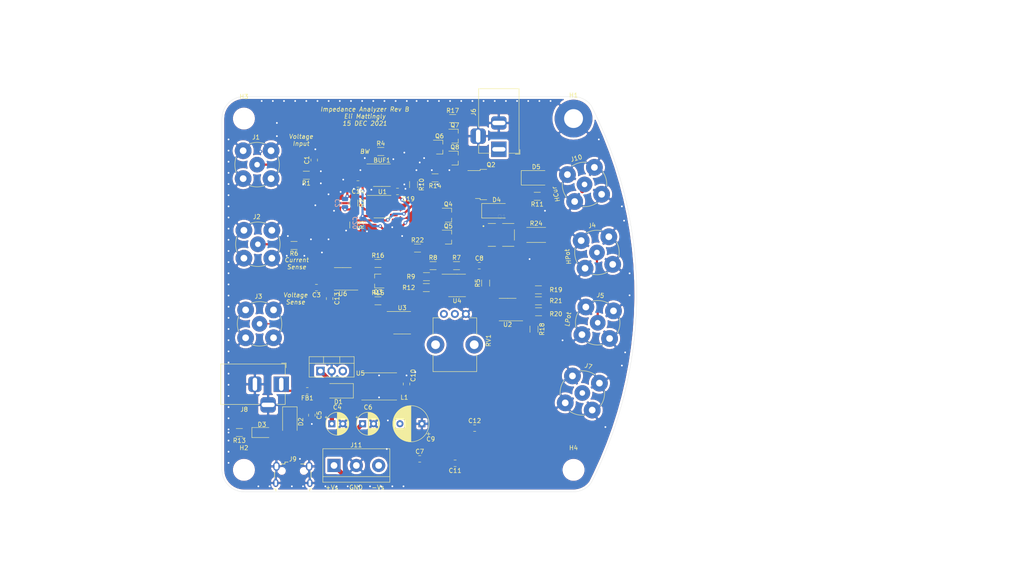
<source format=kicad_pcb>
(kicad_pcb (version 20171130) (host pcbnew "(5.1.9)-1")
  (layers (0 F.Cu signal) (31 B.Cu signal) (34 B.Paste user) (35 F.Paste user) (36 B.SilkS user) (37 F.SilkS user) (38 B.Mask user) (39 F.Mask user) (44 Edge.Cuts user))
  (net 0 "")
  (net 1 GND)
  (net 2 "Net-(C1-Pad1)")
  (net 3 "Net-(J1-Pad1)")
  (net 4 "Net-(J2-Pad1)")
  (net 5 "Net-(J3-Pad1)")
  (net 6 "Net-(J4-Pad1)")
  (net 7 "Net-(J5-Pad1)")
  (net 8 "Net-(R5-Pad1)")
  (net 9 "Net-(R7-Pad1)")
  (net 10 "Net-(C4-Pad1)")
  (net 11 "Net-(D1-Pad2)")
  (net 12 "Net-(FB1-Pad2)")
  (net 13 "Net-(J9-Pad2)")
  (net 14 +5V)
  (net 15 "Net-(D3-Pad1)")
  (net 16 -5V)
  (net 17 +5VP)
  (net 18 "Net-(C2-Pad2)")
  (net 19 "Net-(BUF1-Pad2)")
  (net 20 "Net-(BUF1-Pad6)")
  (net 21 "Net-(BUF1-Pad3)")
  (net 22 "Net-(BUF1-Pad1)")
  (net 23 IOut)
  (net 24 "Net-(BUF1-Pad7)")
  (net 25 "Net-(BUF1-Pad5)")
  (net 26 AltPower)
  (net 27 I_Return)
  (net 28 "Net-(R22-Pad1)")
  (net 29 "Net-(J11-Pad3)")
  (net 30 PMOS_Gate)
  (net 31 "Net-(Q3-Pad3)")
  (net 32 "Net-(C7-Pad1)")
  (net 33 "Net-(Q6-Pad3)")
  (net 34 "Net-(R12-Pad2)")
  (net 35 NMOS_Gate)
  (net 36 "Net-(R18-Pad2)")
  (net 37 "Net-(R18-Pad1)")
  (net 38 "Net-(R19-Pad1)")
  (net 39 "Net-(RV1-Pad2)")
  (net 40 RShunt-)
  (net 41 I_Lim_Comp)
  (net 42 TurnOn)
  (net 43 "Net-(U6-Pad7)")
  (net 44 "Net-(U6-Pad6)")
  (net 45 "Net-(U6-Pad5)")
  (net 46 InputLogic)
  (module Potentiometer_THT:Potentiometer_Bourns_PTV09A-1_Single_Vertical (layer F.Cu) (at 120.5 102 270)
    (fp_text reference RV1 (at 6.05 -10.15 90) (layer F.SilkS))
    (fp_text value R_POT)
    (pad "" np_thru_hole circle (at 7 1.9 270) (size 4 4) (drill 2) (layers *.Cu *.Mask))
    (pad "" np_thru_hole circle (at 7 -6.9 270) (size 4 4) (drill 2) (layers *.Cu *.Mask))
    (pad 1 thru_hole circle (at 0 0 270) (size 1.8 1.8) (drill 1) (layers *.Cu *.Mask) (net 17 +5VP))
    (pad 2 thru_hole circle (at 0 -2.5 270) (size 1.8 1.8) (drill 1) (layers *.Cu *.Mask) (net 39 "Net-(RV1-Pad2)"))
    (pad 3 thru_hole circle (at 0 -5 270) (size 1.8 1.8) (drill 1) (layers *.Cu *.Mask) (net 1 GND))
  )
  (module Resistor_SMD:R_1206_3216Metric (layer F.Cu) (at 122.5 57.5)
    (fp_text reference R17 (at 0 -1.82) (layer F.SilkS))
    (fp_text value 1k)
    (pad 2 smd roundrect (at 1.4625 0) (size 1.125 1.75) (layers F.Cu F.Paste F.Mask) (roundrect_rratio 0.222222) (net 17 +5VP))
    (pad 1 smd roundrect (at -1.4625 0) (size 1.125 1.75) (layers F.Cu F.Paste F.Mask) (roundrect_rratio 0.222222) (net 33 "Net-(Q6-Pad3)"))
  )
  (module Resistor_SMD:R_1206_3216Metric (layer F.Cu) (at 105.5 90.5)
    (fp_text reference R16 (at 0 -1.82) (layer F.SilkS))
    (fp_text value 1k)
    (pad 2 smd roundrect (at 1.4625 0) (size 1.125 1.75) (layers F.Cu F.Paste F.Mask) (roundrect_rratio 0.222222) (net 17 +5VP))
    (pad 1 smd roundrect (at -1.4625 0) (size 1.125 1.75) (layers F.Cu F.Paste F.Mask) (roundrect_rratio 0.222222) (net 31 "Net-(Q3-Pad3)"))
  )
  (module Resistor_SMD:R_1206_3216Metric (layer F.Cu) (at 105.5 99)
    (fp_text reference R15 (at 0 -1.82) (layer F.SilkS))
    (fp_text value 1k)
    (pad 2 smd roundrect (at 1.4625 0) (size 1.125 1.75) (layers F.Cu F.Paste F.Mask) (roundrect_rratio 0.222222) (net 46 InputLogic))
    (pad 1 smd roundrect (at -1.4625 0) (size 1.125 1.75) (layers F.Cu F.Paste F.Mask) (roundrect_rratio 0.222222) (net 32 "Net-(C7-Pad1)"))
  )
  (module Diode_SMD:D_SMA (layer F.Cu) (at 141.5 71)
    (fp_text reference D5 (at 0 -2.5) (layer F.SilkS))
    (fp_text value D_Schottky)
    (pad 2 smd rect (at 2 0) (size 2.5 1.8) (layers F.Cu F.Paste F.Mask) (net 1 GND))
    (pad 1 smd rect (at -2 0) (size 2.5 1.8) (layers F.Cu F.Paste F.Mask) (net 23 IOut))
  )
  (module Diode_SMD:D_SMA (layer F.Cu) (at 132.5 78.5)
    (fp_text reference D4 (at 0 -2.5) (layer F.SilkS))
    (fp_text value D_Schottky)
    (pad 2 smd rect (at 2 0) (size 2.5 1.8) (layers F.Cu F.Paste F.Mask) (net 40 RShunt-))
    (pad 1 smd rect (at -2 0) (size 2.5 1.8) (layers F.Cu F.Paste F.Mask) (net 17 +5VP))
  )
  (module Capacitor_SMD:C_0805_2012Metric (layer F.Cu) (at 115 135)
    (fp_text reference C7 (at 0 -1.68) (layer F.SilkS))
    (fp_text value 1u)
    (pad 2 smd roundrect (at 0.95 0) (size 1 1.45) (layers F.Cu F.Paste F.Mask) (net 1 GND))
    (pad 1 smd roundrect (at -0.95 0) (size 1 1.45) (layers F.Cu F.Paste F.Mask) (net 32 "Net-(C7-Pad1)"))
  )
  (module Package_SO:SOIC-8_3.9x4.9mm_P1.27mm (layer F.Cu) (at 97.5 94 180)
    (fp_text reference U6 (at 0 -3.4) (layer F.SilkS))
    (fp_text value NE555D)
    (pad 8 smd roundrect (at 2.475 -1.905 180) (size 1.95 0.6) (layers F.Cu F.Paste F.Mask) (net 17 +5VP))
    (pad 7 smd roundrect (at 2.475 -0.635 180) (size 1.95 0.6) (layers F.Cu F.Paste F.Mask) (net 43 "Net-(U6-Pad7)"))
    (pad 6 smd roundrect (at 2.475 0.635 180) (size 1.95 0.6) (layers F.Cu F.Paste F.Mask) (net 44 "Net-(U6-Pad6)"))
    (pad 5 smd roundrect (at 2.475 1.905 180) (size 1.95 0.6) (layers F.Cu F.Paste F.Mask) (net 45 "Net-(U6-Pad5)"))
    (pad 4 smd roundrect (at -2.475 1.905 180) (size 1.95 0.6) (layers F.Cu F.Paste F.Mask) (net 41 I_Lim_Comp))
    (pad 3 smd roundrect (at -2.475 0.635 180) (size 1.95 0.6) (layers F.Cu F.Paste F.Mask) (net 42 TurnOn))
    (pad 2 smd roundrect (at -2.475 -0.635 180) (size 1.95 0.6) (layers F.Cu F.Paste F.Mask) (net 31 "Net-(Q3-Pad3)"))
    (pad 1 smd roundrect (at -2.475 -1.905 180) (size 1.95 0.6) (layers F.Cu F.Paste F.Mask) (net 1 GND))
  )
  (module Connector_Coaxial:BNC_TEConnectivity_1478204_Vertical (layer F.Cu) (at 152 120 345)
    (fp_text reference J7 (at -0.25 -6.25 165) (layer F.SilkS))
    (fp_text value Conn_Coaxial)
    (pad 2 thru_hole circle (at 3.175 3.175 345) (size 3.81 3.81) (drill 1.524) (layers *.Cu *.Mask) (net 1 GND))
    (pad 2 thru_hole circle (at -3.175 3.175 345) (size 3.81 3.81) (drill 1.524) (layers *.Cu *.Mask) (net 1 GND))
    (pad 2 thru_hole circle (at 3.175 -3.175 345) (size 3.81 3.81) (drill 1.524) (layers *.Cu *.Mask) (net 1 GND))
    (pad 1 thru_hole circle (at 0 0 345) (size 3.556 3.556) (drill 1.27) (layers *.Cu *.Mask) (net 40 RShunt-))
    (pad 2 thru_hole circle (at -3.175 -3.175 345) (size 3.81 3.81) (drill 1.524) (layers *.Cu *.Mask) (net 1 GND))
  )
  (module Capacitor_SMD:C_0805_2012Metric (layer F.Cu) (at 94.5 98.5 270)
    (fp_text reference C13 (at 0 -1.68 90) (layer F.SilkS))
    (fp_text value 100n)
    (pad 2 smd roundrect (at 0.95 0 270) (size 1 1.45) (layers F.Cu F.Paste F.Mask) (net 1 GND))
    (pad 1 smd roundrect (at -0.95 0 270) (size 1 1.45) (layers F.Cu F.Paste F.Mask) (net 17 +5VP))
  )
  (module Capacitor_SMD:C_0805_2012Metric (layer F.Cu) (at 127.5 128)
    (fp_text reference C12 (at 0 -1.68) (layer F.SilkS))
    (fp_text value 100n)
    (pad 2 smd roundrect (at 0.95 0) (size 1 1.45) (layers F.Cu F.Paste F.Mask) (net 1 GND))
    (pad 1 smd roundrect (at -0.95 0) (size 1 1.45) (layers F.Cu F.Paste F.Mask) (net 17 +5VP))
  )
  (module Package_SO:SO-8_3.9x4.9mm_P1.27mm (layer F.Cu) (at 111 104)
    (fp_text reference U3 (at 0 -3.4) (layer F.SilkS))
    (fp_text value LM358)
    (pad 8 smd roundrect (at 2.575 -1.905) (size 1.75 0.6) (layers F.Cu F.Paste F.Mask) (net 17 +5VP))
    (pad 7 smd roundrect (at 2.575 -0.635) (size 1.75 0.6) (layers F.Cu F.Paste F.Mask) (net 41 I_Lim_Comp))
    (pad 6 smd roundrect (at 2.575 0.635) (size 1.75 0.6) (layers F.Cu F.Paste F.Mask) (net 28 "Net-(R22-Pad1)"))
    (pad 5 smd roundrect (at 2.575 1.905) (size 1.75 0.6) (layers F.Cu F.Paste F.Mask) (net 39 "Net-(RV1-Pad2)"))
    (pad 4 smd roundrect (at -2.575 1.905) (size 1.75 0.6) (layers F.Cu F.Paste F.Mask) (net 1 GND))
    (pad 3 smd roundrect (at -2.575 0.635) (size 1.75 0.6) (layers F.Cu F.Paste F.Mask))
    (pad 2 smd roundrect (at -2.575 -0.635) (size 1.75 0.6) (layers F.Cu F.Paste F.Mask))
    (pad 1 smd roundrect (at -2.575 -1.905) (size 1.75 0.6) (layers F.Cu F.Paste F.Mask))
  )
  (module Capacitor_SMD:C_0805_2012Metric (layer F.Cu) (at 123.05 136 180)
    (fp_text reference C11 (at 0 -1.68) (layer F.SilkS))
    (fp_text value C)
    (pad 2 smd roundrect (at 0.95 0 180) (size 1 1.45) (layers F.Cu F.Paste F.Mask) (net 1 GND))
    (pad 1 smd roundrect (at -0.95 0 180) (size 1 1.45) (layers F.Cu F.Paste F.Mask) (net 17 +5VP))
  )
  (module Capacitor_SMD:C_0805_2012Metric (layer F.Cu) (at 128.55 91)
    (fp_text reference C8 (at 0 -1.68) (layer F.SilkS))
    (fp_text value 100n)
    (pad 2 smd roundrect (at 0.95 0) (size 1 1.45) (layers F.Cu F.Paste F.Mask) (net 1 GND))
    (pad 1 smd roundrect (at -0.95 0) (size 1 1.45) (layers F.Cu F.Paste F.Mask) (net 17 +5VP))
  )
  (module Capacitor_SMD:C_0805_2012Metric (layer F.Cu) (at 91.5 96 180)
    (fp_text reference C3 (at 0 -1.68) (layer F.SilkS))
    (fp_text value 100n)
    (pad 2 smd roundrect (at 0.95 0 180) (size 1 1.45) (layers F.Cu F.Paste F.Mask) (net 1 GND))
    (pad 1 smd roundrect (at -0.95 0 180) (size 1 1.45) (layers F.Cu F.Paste F.Mask) (net 17 +5VP))
  )
  (module Package_SO:SO-8_3.9x4.9mm_P1.27mm (layer F.Cu) (at 135 101 180)
    (fp_text reference U2 (at 0 -3.4) (layer F.SilkS))
    (fp_text value LM358)
    (pad 8 smd roundrect (at 2.575 -1.905 180) (size 1.75 0.6) (layers F.Cu F.Paste F.Mask) (net 17 +5VP))
    (pad 7 smd roundrect (at 2.575 -0.635 180) (size 1.75 0.6) (layers F.Cu F.Paste F.Mask))
    (pad 6 smd roundrect (at 2.575 0.635 180) (size 1.75 0.6) (layers F.Cu F.Paste F.Mask))
    (pad 5 smd roundrect (at 2.575 1.905 180) (size 1.75 0.6) (layers F.Cu F.Paste F.Mask))
    (pad 4 smd roundrect (at -2.575 1.905 180) (size 1.75 0.6) (layers F.Cu F.Paste F.Mask) (net 1 GND))
    (pad 3 smd roundrect (at -2.575 0.635 180) (size 1.75 0.6) (layers F.Cu F.Paste F.Mask) (net 38 "Net-(R19-Pad1)"))
    (pad 2 smd roundrect (at -2.575 -0.635 180) (size 1.75 0.6) (layers F.Cu F.Paste F.Mask) (net 37 "Net-(R18-Pad1)"))
    (pad 1 smd roundrect (at -2.575 -1.905 180) (size 1.75 0.6) (layers F.Cu F.Paste F.Mask) (net 36 "Net-(R18-Pad2)"))
  )
  (module Connector_BarrelJack:BarrelJack_Horizontal (layer F.Cu) (at 133 64.5 270)
    (fp_text reference J6 (at -8.45 5.75 90) (layer F.SilkS))
    (fp_text value Barrel_Jack_Switch)
    (pad 3 thru_hole roundrect (at -3 4.7 270) (size 3.5 3.5) (drill oval 3 1) (layers *.Cu *.Mask) (net 1 GND))
    (pad 2 thru_hole roundrect (at -6 0 270) (size 3 3.5) (drill oval 1 3) (layers *.Cu *.Mask) (net 1 GND))
    (pad 1 thru_hole rect (at 0 0 270) (size 3.5 3.5) (drill oval 1 3) (layers *.Cu *.Mask) (net 26 AltPower))
  )
  (module Package_TO_SOT_THT:TO-220-3_Vertical (layer F.Cu) (at 92.42 115)
    (fp_text reference U5 (at 9.08 0.5) (layer F.SilkS))
    (fp_text value L7805)
    (pad 3 thru_hole oval (at 5.08 0) (size 1.905 2) (drill 1.1) (layers *.Cu *.Mask) (net 14 +5V))
    (pad 2 thru_hole oval (at 2.54 0) (size 1.905 2) (drill 1.1) (layers *.Cu *.Mask) (net 1 GND))
    (pad 1 thru_hole rect (at 0 0) (size 1.905 2) (drill 1.1) (layers *.Cu *.Mask) (net 10 "Net-(C4-Pad1)"))
  )
  (module Capacitor_THT:CP_Radial_D5.0mm_P2.50mm (layer F.Cu) (at 102 127)
    (fp_text reference C6 (at 1.25 -3.75) (layer F.SilkS))
    (fp_text value CP)
    (pad 2 thru_hole circle (at 2.5 0) (size 1.6 1.6) (drill 0.8) (layers *.Cu *.Mask) (net 1 GND))
    (pad 1 thru_hole rect (at 0 0) (size 1.6 1.6) (drill 0.8) (layers *.Cu *.Mask) (net 14 +5V))
  )
  (module Capacitor_THT:CP_Radial_D5.0mm_P2.50mm (layer F.Cu) (at 95 127)
    (fp_text reference C4 (at 1.25 -3.75) (layer F.SilkS))
    (fp_text value CP)
    (pad 2 thru_hole circle (at 2.5 0) (size 1.6 1.6) (drill 0.8) (layers *.Cu *.Mask) (net 1 GND))
    (pad 1 thru_hole rect (at 0 0) (size 1.6 1.6) (drill 0.8) (layers *.Cu *.Mask) (net 10 "Net-(C4-Pad1)"))
  )
  (module Capacitor_SMD:C_0805_2012Metric (layer F.Cu) (at 100.95 72.4 180)
    (fp_text reference C14 (at 0 -1.68) (layer F.SilkS))
    (fp_text value 100n)
    (pad 2 smd roundrect (at 0.95 0 180) (size 1 1.45) (layers F.Cu F.Paste F.Mask) (net 1 GND))
    (pad 1 smd roundrect (at -0.95 0 180) (size 1 1.45) (layers F.Cu F.Paste F.Mask) (net 17 +5VP))
  )
  (module Inductor_SMD:L_Taiyo-Yuden_NR-60xx_HandSoldering (layer F.Cu) (at 105.775 118.5 180)
    (fp_text reference L1 (at -5.725 -2.5) (layer F.SilkS))
    (fp_text value 10u)
    (pad 2 smd rect (at 2.775 0 180) (size 2.45 5.9) (layers F.Cu F.Paste F.Mask) (net 14 +5V))
    (pad 1 smd rect (at -2.775 0 180) (size 2.45 5.9) (layers F.Cu F.Paste F.Mask) (net 17 +5VP))
  )
  (module Capacitor_SMD:C_0805_2012Metric (layer F.Cu) (at 112 117.95 90)
    (fp_text reference C10 (at 1.95 1.5 90) (layer F.SilkS))
    (fp_text value 100n)
    (pad 2 smd roundrect (at 0.95 0 90) (size 1 1.45) (layers F.Cu F.Paste F.Mask) (net 1 GND))
    (pad 1 smd roundrect (at -0.95 0 90) (size 1 1.45) (layers F.Cu F.Paste F.Mask) (net 17 +5VP))
  )
  (module Capacitor_THT:CP_Radial_D8.0mm_P5.00mm (layer F.Cu) (at 115.5 127 180)
    (fp_text reference C9 (at -2 -3.5) (layer F.SilkS))
    (fp_text value CP)
    (pad 2 thru_hole circle (at 5 0 180) (size 1.6 1.6) (drill 0.8) (layers *.Cu *.Mask) (net 17 +5VP))
    (pad 1 thru_hole rect (at 0 0 180) (size 1.6 1.6) (drill 0.8) (layers *.Cu *.Mask) (net 1 GND))
  )
  (module Resistor_SMD:R_1206_3216Metric (layer F.Cu) (at 73.9625 129 180)
    (fp_text reference R13 (at 0 -1.82) (layer F.SilkS))
    (fp_text value 1k)
    (pad 2 smd roundrect (at 1.4625 0 180) (size 1.125 1.75) (layers F.Cu F.Paste F.Mask) (roundrect_rratio 0.2222204444444444) (net 1 GND))
    (pad 1 smd roundrect (at -1.4625 0 180) (size 1.125 1.75) (layers F.Cu F.Paste F.Mask) (roundrect_rratio 0.2222204444444444) (net 15 "Net-(D3-Pad1)"))
  )
  (module LED_SMD:LED_1206_3216Metric (layer F.Cu) (at 79.1 129)
    (fp_text reference D3 (at 0 -1.82) (layer F.SilkS))
    (fp_text value LED)
    (pad 2 smd roundrect (at 1.4 0) (size 1.25 1.75) (layers F.Cu F.Paste F.Mask) (roundrect_rratio 0.2) (net 14 +5V))
    (pad 1 smd roundrect (at -1.4 0) (size 1.25 1.75) (layers F.Cu F.Paste F.Mask) (roundrect_rratio 0.2) (net 15 "Net-(D3-Pad1)"))
  )
  (module Connector_BarrelJack:BarrelJack_Horizontal (layer F.Cu) (at 83.5 118)
    (fp_text reference J8 (at -8.45 5.75) (layer F.SilkS))
    (fp_text value Barrel_Jack_Switch)
    (pad 3 thru_hole roundrect (at -3 4.7) (size 3.5 3.5) (drill oval 3 1) (layers *.Cu *.Mask) (net 1 GND))
    (pad 2 thru_hole roundrect (at -6 0) (size 3 3.5) (drill oval 1 3) (layers *.Cu *.Mask) (net 1 GND))
    (pad 1 thru_hole rect (at 0 0) (size 3.5 3.5) (drill oval 1 3) (layers *.Cu *.Mask) (net 12 "Net-(FB1-Pad2)"))
  )
  (module Resistor_SMD:R_0805_2012Metric (layer F.Cu) (at 89.4125 119.5 180)
    (fp_text reference FB1 (at 0 -1.65) (layer F.SilkS))
    (fp_text value Ferrite_Bead)
    (pad 2 smd roundrect (at 0.9125 0 180) (size 1.025 1.4) (layers F.Cu F.Paste F.Mask) (roundrect_rratio 0.2439004878048781) (net 12 "Net-(FB1-Pad2)"))
    (pad 1 smd roundrect (at -0.9125 0 180) (size 1.025 1.4) (layers F.Cu F.Paste F.Mask) (roundrect_rratio 0.2439004878048781) (net 11 "Net-(D1-Pad2)"))
  )
  (module Diode_SMD:D_SMA (layer F.Cu) (at 85.45 126.55 270)
    (fp_text reference D2 (at 0 -2.5 90) (layer F.SilkS))
    (fp_text value D_TVS)
    (pad 2 smd rect (at 2 0 270) (size 2.5 1.8) (layers F.Cu F.Paste F.Mask) (net 1 GND))
    (pad 1 smd rect (at -2 0 270) (size 2.5 1.8) (layers F.Cu F.Paste F.Mask) (net 10 "Net-(C4-Pad1)"))
  )
  (module Diode_SMD:D_SMA (layer F.Cu) (at 96.5 119.5 180)
    (fp_text reference D1 (at 0 -2.5) (layer F.SilkS))
    (fp_text value D)
    (pad 2 smd rect (at 2 0 180) (size 2.5 1.8) (layers F.Cu F.Paste F.Mask) (net 11 "Net-(D1-Pad2)"))
    (pad 1 smd rect (at -2 0 180) (size 2.5 1.8) (layers F.Cu F.Paste F.Mask) (net 10 "Net-(C4-Pad1)"))
  )
  (module Capacitor_SMD:C_0805_2012Metric (layer F.Cu) (at 90.45 125.05 270)
    (fp_text reference C5 (at 0 -1.68 90) (layer F.SilkS))
    (fp_text value C)
    (pad 2 smd roundrect (at 0.95 0 270) (size 1 1.45) (layers F.Cu F.Paste F.Mask) (net 1 GND))
    (pad 1 smd roundrect (at -0.95 0 270) (size 1 1.45) (layers F.Cu F.Paste F.Mask) (net 10 "Net-(C4-Pad1)"))
  )
  (module Resistor_SMD:R_1206_3216Metric (layer F.Cu) (at 142 99 180)
    (fp_text reference R21 (at -4 0) (layer F.SilkS))
    (fp_text value 1k)
    (pad 2 smd roundrect (at 1.4625 0 180) (size 1.125 1.75) (layers F.Cu F.Paste F.Mask) (roundrect_rratio 0.222222) (net 38 "Net-(R19-Pad1)"))
    (pad 1 smd roundrect (at -1.4625 0 180) (size 1.125 1.75) (layers F.Cu F.Paste F.Mask) (roundrect_rratio 0.222222) (net 6 "Net-(J4-Pad1)"))
  )
  (module Resistor_SMD:R_1206_3216Metric (layer F.Cu) (at 142.0375 101.5 180)
    (fp_text reference R20 (at -3.9625 -0.5) (layer F.SilkS))
    (fp_text value 1k)
    (pad 2 smd roundrect (at 1.4625 0 180) (size 1.125 1.75) (layers F.Cu F.Paste F.Mask) (roundrect_rratio 0.222222) (net 37 "Net-(R18-Pad1)"))
    (pad 1 smd roundrect (at -1.4625 0 180) (size 1.125 1.75) (layers F.Cu F.Paste F.Mask) (roundrect_rratio 0.222222) (net 7 "Net-(J5-Pad1)"))
  )
  (module Resistor_SMD:R_1206_3216Metric (layer F.Cu) (at 142 96.5)
    (fp_text reference R19 (at 4 0) (layer F.SilkS))
    (fp_text value 1k)
    (pad 2 smd roundrect (at 1.4625 0) (size 1.125 1.75) (layers F.Cu F.Paste F.Mask) (roundrect_rratio 0.222222) (net 1 GND))
    (pad 1 smd roundrect (at -1.4625 0) (size 1.125 1.75) (layers F.Cu F.Paste F.Mask) (roundrect_rratio 0.222222) (net 38 "Net-(R19-Pad1)"))
  )
  (module Resistor_SMD:R_1206_3216Metric (layer F.Cu) (at 141 105.4625 270)
    (fp_text reference R18 (at 0 -1.82 90) (layer F.SilkS))
    (fp_text value 1k)
    (pad 2 smd roundrect (at 1.4625 0 270) (size 1.125 1.75) (layers F.Cu F.Paste F.Mask) (roundrect_rratio 0.222222) (net 36 "Net-(R18-Pad2)"))
    (pad 1 smd roundrect (at -1.4625 0 270) (size 1.125 1.75) (layers F.Cu F.Paste F.Mask) (roundrect_rratio 0.222222) (net 37 "Net-(R18-Pad1)"))
  )
  (module Package_SO:SO-8_3.9x4.9mm_P1.27mm (layer F.Cu) (at 123.5 95.5)
    (fp_text reference U4 (at 0 3.5) (layer F.SilkS))
    (fp_text value LM358)
    (pad 8 smd roundrect (at 2.575 -1.905) (size 1.75 0.6) (layers F.Cu F.Paste F.Mask) (net 17 +5VP))
    (pad 7 smd roundrect (at 2.575 -0.635) (size 1.75 0.6) (layers F.Cu F.Paste F.Mask) (net 28 "Net-(R22-Pad1)"))
    (pad 6 smd roundrect (at 2.575 0.635) (size 1.75 0.6) (layers F.Cu F.Paste F.Mask) (net 8 "Net-(R5-Pad1)"))
    (pad 5 smd roundrect (at 2.575 1.905) (size 1.75 0.6) (layers F.Cu F.Paste F.Mask) (net 27 I_Return))
    (pad 4 smd roundrect (at -2.575 1.905) (size 1.75 0.6) (layers F.Cu F.Paste F.Mask) (net 1 GND))
    (pad 3 smd roundrect (at -2.575 0.635) (size 1.75 0.6) (layers F.Cu F.Paste F.Mask) (net 40 RShunt-))
    (pad 2 smd roundrect (at -2.575 -0.635) (size 1.75 0.6) (layers F.Cu F.Paste F.Mask) (net 34 "Net-(R12-Pad2)"))
    (pad 1 smd roundrect (at -2.575 -1.905) (size 1.75 0.6) (layers F.Cu F.Paste F.Mask) (net 9 "Net-(R7-Pad1)"))
  )
  (module Resistor_SMD:R_1206_3216Metric (layer F.Cu) (at 116.5 96)
    (fp_text reference R12 (at -4 0) (layer F.SilkS))
    (fp_text value 1k)
    (pad 2 smd roundrect (at 1.4625 0) (size 1.125 1.75) (layers F.Cu F.Paste F.Mask) (roundrect_rratio 0.222222) (net 34 "Net-(R12-Pad2)"))
    (pad 1 smd roundrect (at -1.4625 0) (size 1.125 1.75) (layers F.Cu F.Paste F.Mask) (roundrect_rratio 0.222222) (net 1 GND))
  )
  (module Resistor_SMD:R_1206_3216Metric (layer F.Cu) (at 116.5375 93.5)
    (fp_text reference R9 (at -3.5375 0) (layer F.SilkS))
    (fp_text value 1k)
    (pad 2 smd roundrect (at 1.4625 0) (size 1.125 1.75) (layers F.Cu F.Paste F.Mask) (roundrect_rratio 0.222222) (net 9 "Net-(R7-Pad1)"))
    (pad 1 smd roundrect (at -1.4625 0) (size 1.125 1.75) (layers F.Cu F.Paste F.Mask) (roundrect_rratio 0.222222) (net 34 "Net-(R12-Pad2)"))
  )
  (module Resistor_SMD:R_1206_3216Metric (layer F.Cu) (at 118.0375 91)
    (fp_text reference R8 (at 0 -1.82) (layer F.SilkS))
    (fp_text value 270)
    (pad 2 smd roundrect (at 1.4625 0) (size 1.125 1.75) (layers F.Cu F.Paste F.Mask) (roundrect_rratio 0.222222) (net 8 "Net-(R5-Pad1)"))
    (pad 1 smd roundrect (at -1.4625 0) (size 1.125 1.75) (layers F.Cu F.Paste F.Mask) (roundrect_rratio 0.222222) (net 34 "Net-(R12-Pad2)"))
  )
  (module Resistor_SMD:R_1206_3216Metric (layer F.Cu) (at 123.38 91)
    (fp_text reference R7 (at 0 -1.82) (layer F.SilkS))
    (fp_text value 1k)
    (pad 2 smd roundrect (at 1.4625 0) (size 1.125 1.75) (layers F.Cu F.Paste F.Mask) (roundrect_rratio 0.222222) (net 8 "Net-(R5-Pad1)"))
    (pad 1 smd roundrect (at -1.4625 0) (size 1.125 1.75) (layers F.Cu F.Paste F.Mask) (roundrect_rratio 0.222222) (net 9 "Net-(R7-Pad1)"))
  )
  (module Resistor_SMD:R_1206_3216Metric (layer F.Cu) (at 130 94.9625 90)
    (fp_text reference R5 (at 0 -1.82 90) (layer F.SilkS))
    (fp_text value 1k)
    (pad 2 smd roundrect (at 1.4625 0 90) (size 1.125 1.75) (layers F.Cu F.Paste F.Mask) (roundrect_rratio 0.222222) (net 28 "Net-(R22-Pad1)"))
    (pad 1 smd roundrect (at -1.4625 0 90) (size 1.125 1.75) (layers F.Cu F.Paste F.Mask) (roundrect_rratio 0.222222) (net 8 "Net-(R5-Pad1)"))
  )
  (module Package_TO_SOT_SMD:SOT-23 (layer F.Cu) (at 123 66.5)
    (fp_text reference Q8 (at 0 -2.5) (layer F.SilkS))
    (fp_text value MMBT3906)
    (pad 3 smd rect (at 1 0) (size 0.9 0.8) (layers F.Cu F.Paste F.Mask) (net 1 GND))
    (pad 2 smd rect (at -1 0.95) (size 0.9 0.8) (layers F.Cu F.Paste F.Mask) (net 30 PMOS_Gate))
    (pad 1 smd rect (at -1 -0.95) (size 0.9 0.8) (layers F.Cu F.Paste F.Mask) (net 33 "Net-(Q6-Pad3)"))
  )
  (module Package_TO_SOT_SMD:SOT-23 (layer F.Cu) (at 123 61.5)
    (fp_text reference Q7 (at 0 -2.5) (layer F.SilkS))
    (fp_text value MMBT3904)
    (pad 3 smd rect (at 1 0) (size 0.9 0.8) (layers F.Cu F.Paste F.Mask) (net 17 +5VP))
    (pad 2 smd rect (at -1 0.95) (size 0.9 0.8) (layers F.Cu F.Paste F.Mask) (net 30 PMOS_Gate))
    (pad 1 smd rect (at -1 -0.95) (size 0.9 0.8) (layers F.Cu F.Paste F.Mask) (net 33 "Net-(Q6-Pad3)"))
  )
  (module Package_TO_SOT_SMD:SOT-23 (layer F.Cu) (at 119.5 64)
    (fp_text reference Q6 (at 0 -2.5) (layer F.SilkS))
    (fp_text value MMBT3904)
    (pad 3 smd rect (at 1 0) (size 0.9 0.8) (layers F.Cu F.Paste F.Mask) (net 33 "Net-(Q6-Pad3)"))
    (pad 2 smd rect (at -1 0.95) (size 0.9 0.8) (layers F.Cu F.Paste F.Mask) (net 1 GND))
    (pad 1 smd rect (at -1 -0.95) (size 0.9 0.8) (layers F.Cu F.Paste F.Mask) (net 42 TurnOn))
  )
  (module Package_TO_SOT_SMD:SOT-23 (layer F.Cu) (at 121.5 84.5)
    (fp_text reference Q5 (at 0 -2.5) (layer F.SilkS))
    (fp_text value MMBT3906)
    (pad 3 smd rect (at 1 0) (size 0.9 0.8) (layers F.Cu F.Paste F.Mask) (net 1 GND))
    (pad 2 smd rect (at -1 0.95) (size 0.9 0.8) (layers F.Cu F.Paste F.Mask) (net 35 NMOS_Gate))
    (pad 1 smd rect (at -1 -0.95) (size 0.9 0.8) (layers F.Cu F.Paste F.Mask) (net 42 TurnOn))
  )
  (module Package_TO_SOT_SMD:SOT-23 (layer F.Cu) (at 121.5 79.5)
    (fp_text reference Q4 (at 0 -2.5) (layer F.SilkS))
    (fp_text value MMBT3904)
    (pad 3 smd rect (at 1 0) (size 0.9 0.8) (layers F.Cu F.Paste F.Mask) (net 17 +5VP))
    (pad 2 smd rect (at -1 0.95) (size 0.9 0.8) (layers F.Cu F.Paste F.Mask) (net 35 NMOS_Gate))
    (pad 1 smd rect (at -1 -0.95) (size 0.9 0.8) (layers F.Cu F.Paste F.Mask) (net 42 TurnOn))
  )
  (module Package_TO_SOT_SMD:SOT-23 (layer F.Cu) (at 105.5 94.5 180)
    (fp_text reference Q3 (at 0 -2.5) (layer F.SilkS))
    (fp_text value MMBT3904)
    (pad 3 smd rect (at 1 0 180) (size 0.9 0.8) (layers F.Cu F.Paste F.Mask) (net 31 "Net-(Q3-Pad3)"))
    (pad 2 smd rect (at -1 0.95 180) (size 0.9 0.8) (layers F.Cu F.Paste F.Mask) (net 1 GND))
    (pad 1 smd rect (at -1 -0.95 180) (size 0.9 0.8) (layers F.Cu F.Paste F.Mask) (net 32 "Net-(C7-Pad1)"))
  )
  (module Package_TO_SOT_SMD:TO-252-3_TabPin4 (layer F.Cu) (at 131.225 72.525)
    (fp_text reference Q2 (at 0 -4.5) (layer F.SilkS))
    (fp_text value DMP4015SK3)
    (pad 4 smd rect (at 2.1 0) (size 6.4 5.8) (layers F.Cu F.Mask) (net 23 IOut))
    (pad 3 smd rect (at -4.2 2.28) (size 2.2 1.2) (layers F.Cu F.Paste F.Mask) (net 26 AltPower))
    (pad 2 smd rect (at -4.2 0) (size 2.2 1.2) (layers F.Cu F.Paste F.Mask) (net 23 IOut))
    (pad 1 smd rect (at -4.2 -2.28) (size 2.2 1.2) (layers F.Cu F.Paste F.Mask) (net 30 PMOS_Gate))
  )
  (module Resistor_SMD:R_2512_6332Metric (layer F.Cu) (at 141.5 84)
    (fp_text reference R24 (at 0 -2.62) (layer F.SilkS))
    (fp_text value R)
    (pad 2 smd roundrect (at 2.9625 0) (size 1.225 3.35) (layers F.Cu F.Paste F.Mask) (roundrect_rratio 0.204082) (net 40 RShunt-))
    (pad 1 smd roundrect (at -2.9625 0) (size 1.225 3.35) (layers F.Cu F.Paste F.Mask) (roundrect_rratio 0.204082) (net 27 I_Return))
  )
  (module Resistor_SMD:R_1206_3216Metric (layer F.Cu) (at 114.5 87)
    (fp_text reference R22 (at 0 -1.82) (layer F.SilkS))
    (fp_text value 47)
    (pad 2 smd roundrect (at 1.4625 0) (size 1.125 1.75) (layers F.Cu F.Paste F.Mask) (roundrect_rratio 0.222222) (net 5 "Net-(J3-Pad1)"))
    (pad 1 smd roundrect (at -1.4625 0) (size 1.125 1.75) (layers F.Cu F.Paste F.Mask) (roundrect_rratio 0.222222) (net 28 "Net-(R22-Pad1)"))
  )
  (module Martinos:DIO_NTS1045EMFST1G (layer F.Cu) (at 133.5 84)
    (fp_text reference Q1 (at 0.175 -4.135) (layer F.SilkS) (effects (font (thickness 0.015))))
    (fp_text value NTMFS4C029N)
    (fp_poly (pts (xy -1.33 2.28) (xy -1.33 -2.28) (xy -0.905 -2.28) (xy -0.905 -2.775) (xy 0 -2.775) (xy 0 -2.28) (xy 3.2 -2.28) (xy 3.2 -1.53) (xy 2.725 -1.53) (xy 2.725 1.53) (xy 3.2 1.53) (xy 3.2 2.28) (xy 0 2.28) (xy 0 2.775) (xy -0.905 2.775) (xy -0.905 2.28)) (layer F.Cu) (width 0.01))
    (pad 3 smd rect (at -2.795 0.635) (size 1 0.75) (layers F.Cu F.Paste F.Mask) (net 1 GND))
    (pad 2 smd rect (at -2.795 -0.635) (size 1 0.75) (layers F.Cu F.Paste F.Mask) (net 1 GND))
    (pad 4 smd rect (at -2.795 1.905) (size 1 0.75) (layers F.Cu F.Paste F.Mask) (net 35 NMOS_Gate))
    (pad 1 smd rect (at -2.795 -1.905) (size 1 0.75) (layers F.Cu F.Paste F.Mask) (net 1 GND))
    (pad 5 smd rect (at 0 0) (size 0.5 0.5) (layers F.Cu) (net 40 RShunt-))
  )
  (module Package_SO:SO-8_3.9x4.9mm_P1.27mm (layer F.Cu) (at 106.4 70.4)
    (fp_text reference BUF1 (at 0 -3.4) (layer F.SilkS))
    (fp_text value BUF634)
    (pad 8 smd roundrect (at 2.575 -1.905) (size 1.75 0.6) (layers F.Cu F.Paste F.Mask) (net 17 +5VP))
    (pad 7 smd roundrect (at 2.575 -0.635) (size 1.75 0.6) (layers F.Cu F.Paste F.Mask) (net 24 "Net-(BUF1-Pad7)"))
    (pad 6 smd roundrect (at 2.575 0.635) (size 1.75 0.6) (layers F.Cu F.Paste F.Mask) (net 20 "Net-(BUF1-Pad6)"))
    (pad 5 smd roundrect (at 2.575 1.905) (size 1.75 0.6) (layers F.Cu F.Paste F.Mask) (net 25 "Net-(BUF1-Pad5)"))
    (pad 4 smd roundrect (at -2.575 1.905) (size 1.75 0.6) (layers F.Cu F.Paste F.Mask) (net 1 GND))
    (pad 3 smd roundrect (at -2.575 0.635) (size 1.75 0.6) (layers F.Cu F.Paste F.Mask) (net 21 "Net-(BUF1-Pad3)"))
    (pad 2 smd roundrect (at -2.575 -0.635) (size 1.75 0.6) (layers F.Cu F.Paste F.Mask) (net 19 "Net-(BUF1-Pad2)"))
    (pad 1 smd roundrect (at -2.575 -1.905) (size 1.75 0.6) (layers F.Cu F.Paste F.Mask) (net 22 "Net-(BUF1-Pad1)"))
  )
  (module Resistor_SMD:R_1206_3216Metric (layer F.Cu) (at 106.1375 65)
    (fp_text reference R4 (at 0 -1.82) (layer F.SilkS))
    (fp_text value DNP)
    (pad 2 smd roundrect (at 1.4625 0) (size 1.125 1.75) (layers F.Cu F.Paste F.Mask) (roundrect_rratio 0.2222213333333333) (net 1 GND))
    (pad 1 smd roundrect (at -1.4625 0) (size 1.125 1.75) (layers F.Cu F.Paste F.Mask) (roundrect_rratio 0.2222213333333333) (net 22 "Net-(BUF1-Pad1)"))
  )
  (module Resistor_SMD:R_1206_3216Metric (layer F.Cu) (at 141.7375 75.2 180)
    (fp_text reference R11 (at 0 -1.82) (layer F.SilkS))
    (fp_text value 100)
    (pad 2 smd roundrect (at 1.4625 0 180) (size 1.125 1.75) (layers F.Cu F.Paste F.Mask) (roundrect_rratio 0.2222213333333333) (net 27 I_Return))
    (pad 1 smd roundrect (at -1.4625 0 180) (size 1.125 1.75) (layers F.Cu F.Paste F.Mask) (roundrect_rratio 0.2222213333333333) (net 40 RShunt-))
  )
  (module Resistor_SMD:R_1206_3216Metric (layer F.Cu) (at 113.6 72.5375 270)
    (fp_text reference R10 (at 0 -1.82 90) (layer F.SilkS))
    (fp_text value 0)
    (pad 2 smd roundrect (at 1.4625 0 270) (size 1.125 1.75) (layers F.Cu F.Paste F.Mask) (roundrect_rratio 0.2222213333333333) (net 18 "Net-(C2-Pad2)"))
    (pad 1 smd roundrect (at -1.4625 0 270) (size 1.125 1.75) (layers F.Cu F.Paste F.Mask) (roundrect_rratio 0.2222213333333333) (net 20 "Net-(BUF1-Pad6)"))
  )
  (module MountingHole:MountingHole_4mm (layer F.Cu) (at 150 137.5)
    (fp_text reference H4 (at 0 -5) (layer F.SilkS))
    (fp_text value MountingHole)
    (pad 1 np_thru_hole circle (at 0 0) (size 4 4) (drill 4) (layers *.Cu *.Mask))
  )
  (module MountingHole:MountingHole_4mm (layer F.Cu) (at 75 57.5)
    (fp_text reference H3 (at 0 -5) (layer F.SilkS))
    (fp_text value MountingHole)
    (pad 1 np_thru_hole circle (at 0 0) (size 4 4) (drill 4) (layers *.Cu *.Mask))
  )
  (module MountingHole:MountingHole_4mm (layer F.Cu) (at 75 137.5)
    (fp_text reference H2 (at 0 -5) (layer F.SilkS))
    (fp_text value MountingHole)
    (pad 1 np_thru_hole circle (at 0 0) (size 4 4) (drill 4) (layers *.Cu *.Mask))
  )
  (module MountingHole:MountingHole_4.3mm_M4_Pad (layer F.Cu) (at 150 57.5)
    (fp_text reference H1 (at 0 -5.3) (layer F.SilkS))
    (fp_text value MountingHole_Pad)
    (pad 1 thru_hole circle (at 0 0) (size 8.6 8.6) (drill 4.3) (layers *.Cu *.Mask) (net 1 GND))
  )
  (module Package_SO:SO-8_3.9x4.9mm_P1.27mm (layer F.Cu) (at 106.525 77.565)
    (fp_text reference U1 (at 0 -3.4) (layer F.SilkS))
    (fp_text value LM358)
    (pad 8 smd roundrect (at 2.575 -1.905) (size 1.75 0.6) (layers F.Cu F.Paste F.Mask) (net 17 +5VP))
    (pad 7 smd roundrect (at 2.575 -0.635) (size 1.75 0.6) (layers F.Cu F.Paste F.Mask))
    (pad 6 smd roundrect (at 2.575 0.635) (size 1.75 0.6) (layers F.Cu F.Paste F.Mask))
    (pad 5 smd roundrect (at 2.575 1.905) (size 1.75 0.6) (layers F.Cu F.Paste F.Mask))
    (pad 4 smd roundrect (at -2.575 1.905) (size 1.75 0.6) (layers F.Cu F.Paste F.Mask) (net 16 -5V))
    (pad 3 smd roundrect (at -2.575 0.635) (size 1.75 0.6) (layers F.Cu F.Paste F.Mask) (net 2 "Net-(C1-Pad1)"))
    (pad 2 smd roundrect (at -2.575 -0.635) (size 1.75 0.6) (layers F.Cu F.Paste F.Mask) (net 18 "Net-(C2-Pad2)"))
    (pad 1 smd roundrect (at -2.575 -1.905) (size 1.75 0.6) (layers F.Cu F.Paste F.Mask) (net 21 "Net-(BUF1-Pad3)"))
  )
  (module Capacitor_SMD:C_0805_2012Metric (layer B.Cu) (at 102 81.25 270)
    (fp_text reference C20 (at 0 1.68 270) (layer B.SilkS) (effects (justify mirror)))
    (fp_text value 100n)
    (pad 2 smd roundrect (at 0.95 0 270) (size 1 1.45) (layers B.Cu B.Paste B.Mask) (net 1 GND))
    (pad 1 smd roundrect (at -0.95 0 270) (size 1 1.45) (layers B.Cu B.Paste B.Mask) (net 16 -5V))
  )
  (module Capacitor_SMD:C_0805_2012Metric (layer F.Cu) (at 109.95 74.1)
    (fp_text reference C19 (at 2.45 1.7) (layer F.SilkS))
    (fp_text value 100n)
    (pad 2 smd roundrect (at 0.95 0) (size 1 1.45) (layers F.Cu F.Paste F.Mask) (net 1 GND))
    (pad 1 smd roundrect (at -0.95 0) (size 1 1.45) (layers F.Cu F.Paste F.Mask) (net 17 +5VP))
  )
  (module TerminalBlock:TerminalBlock_bornier-3_P5.08mm (layer F.Cu) (at 95.5 136.5)
    (fp_text reference J11 (at 5.05 -4.65) (layer F.SilkS))
    (fp_text value Screw_Terminal_01x03)
    (pad 3 thru_hole circle (at 10.16 0) (size 3 3) (drill 1.52) (layers *.Cu *.Mask) (net 29 "Net-(J11-Pad3)"))
    (pad 2 thru_hole circle (at 5.08 0) (size 3 3) (drill 1.52) (layers *.Cu *.Mask) (net 1 GND))
    (pad 1 thru_hole rect (at 0 0) (size 3 3) (drill 1.52) (layers *.Cu *.Mask) (net 17 +5VP))
  )
  (module Resistor_SMD:R_1206_3216Metric (layer F.Cu) (at 118.5 71 180)
    (fp_text reference R14 (at 0 -1.82) (layer F.SilkS))
    (fp_text value 0)
    (pad 2 smd roundrect (at 1.4625 0 180) (size 1.125 1.75) (layers F.Cu F.Paste F.Mask) (roundrect_rratio 0.2222204444444444) (net 20 "Net-(BUF1-Pad6)"))
    (pad 1 smd roundrect (at -1.4625 0 180) (size 1.125 1.75) (layers F.Cu F.Paste F.Mask) (roundrect_rratio 0.2222204444444444) (net 23 IOut))
  )
  (module Connector_Coaxial:BNC_TEConnectivity_1478204_Vertical (layer F.Cu) (at 152.5 72.5 15)
    (fp_text reference J10 (at -0.25 -6.25 15) (layer F.SilkS))
    (fp_text value Conn_Coaxial)
    (pad 2 thru_hole circle (at 3.175 3.175 15) (size 3.81 3.81) (drill 1.524) (layers *.Cu *.Mask) (net 1 GND))
    (pad 2 thru_hole circle (at -3.175 3.175 15) (size 3.81 3.81) (drill 1.524) (layers *.Cu *.Mask) (net 1 GND))
    (pad 2 thru_hole circle (at 3.175 -3.175 15) (size 3.81 3.81) (drill 1.524) (layers *.Cu *.Mask) (net 1 GND))
    (pad 1 thru_hole circle (at 0 0 15) (size 3.556 3.556) (drill 1.27) (layers *.Cu *.Mask) (net 23 IOut))
    (pad 2 thru_hole circle (at -3.175 -3.175 15) (size 3.81 3.81) (drill 1.524) (layers *.Cu *.Mask) (net 1 GND))
  )
  (module Connector_USB:USB_Micro-B_Wuerth_629105150521 (layer F.Cu) (at 86.125 138.55)
    (fp_text reference J9 (at 0 -3.5) (layer F.SilkS))
    (fp_text value USB_B_Micro)
    (pad "" np_thru_hole oval (at 2.5 -0.8) (size 0.8 0.8) (drill 0.8) (layers *.Cu *.Mask))
    (pad "" np_thru_hole oval (at -2.5 -0.8) (size 0.8 0.8) (drill 0.8) (layers *.Cu *.Mask))
    (pad 6 thru_hole oval (at 3.875 1.95) (size 1.15 1.8) (drill oval 0.55 1.2) (layers *.Cu *.Mask) (net 1 GND))
    (pad 6 thru_hole oval (at -3.875 1.95) (size 1.15 1.8) (drill oval 0.55 1.2) (layers *.Cu *.Mask) (net 1 GND))
    (pad 6 thru_hole oval (at 3.725 -1.85) (size 1.45 2) (drill oval 0.85 1.4) (layers *.Cu *.Mask) (net 1 GND))
    (pad 6 thru_hole oval (at -3.725 -1.85) (size 1.45 2) (drill oval 0.85 1.4) (layers *.Cu *.Mask) (net 1 GND))
    (pad 5 smd rect (at 1.3 -1.9) (size 0.45 1.3) (layers F.Cu F.Paste F.Mask) (net 1 GND))
    (pad 4 smd rect (at 0.65 -1.9) (size 0.45 1.3) (layers F.Cu F.Paste F.Mask) (net 13 "Net-(J9-Pad2)"))
    (pad 3 smd rect (at 0 -1.9) (size 0.45 1.3) (layers F.Cu F.Paste F.Mask) (net 13 "Net-(J9-Pad2)"))
    (pad 2 smd rect (at -0.65 -1.9) (size 0.45 1.3) (layers F.Cu F.Paste F.Mask) (net 13 "Net-(J9-Pad2)"))
    (pad 1 smd rect (at -1.3 -1.9) (size 0.45 1.3) (layers F.Cu F.Paste F.Mask) (net 14 +5V))
  )
  (module Resistor_SMD:R_1206_3216Metric (layer F.Cu) (at 86.4 86.4 180)
    (fp_text reference R6 (at 0 -1.82) (layer F.SilkS))
    (fp_text value 47)
    (pad 2 smd roundrect (at 1.4625 0 180) (size 1.125 1.75) (layers F.Cu F.Paste F.Mask) (roundrect_rratio 0.2222204444444444) (net 4 "Net-(J2-Pad1)"))
    (pad 1 smd roundrect (at -1.4625 0 180) (size 1.125 1.75) (layers F.Cu F.Paste F.Mask) (roundrect_rratio 0.2222204444444444) (net 36 "Net-(R18-Pad2)"))
  )
  (module Resistor_SMD:R_1206_3216Metric (layer F.Cu) (at 100 81.7375 270)
    (fp_text reference R3 (at 0 -1.82 90) (layer F.SilkS))
    (fp_text value DNP)
    (pad 2 smd roundrect (at 1.4625 0 270) (size 1.125 1.75) (layers F.Cu F.Paste F.Mask) (roundrect_rratio 0.2222204444444444) (net 1 GND))
    (pad 1 smd roundrect (at -1.4625 0 270) (size 1.125 1.75) (layers F.Cu F.Paste F.Mask) (roundrect_rratio 0.2222204444444444) (net 18 "Net-(C2-Pad2)"))
  )
  (module Resistor_SMD:R_1206_3216Metric (layer F.Cu) (at 100 76.7375 270)
    (fp_text reference R2 (at 0 -1.82 90) (layer F.SilkS))
    (fp_text value 0)
    (pad 2 smd roundrect (at 1.4625 0 270) (size 1.125 1.75) (layers F.Cu F.Paste F.Mask) (roundrect_rratio 0.2222204444444444) (net 18 "Net-(C2-Pad2)"))
    (pad 1 smd roundrect (at -1.4625 0 270) (size 1.125 1.75) (layers F.Cu F.Paste F.Mask) (roundrect_rratio 0.2222204444444444) (net 21 "Net-(BUF1-Pad3)"))
  )
  (module Resistor_SMD:R_1206_3216Metric (layer F.Cu) (at 89.2 70.4 180)
    (fp_text reference R1 (at 0 -1.82) (layer F.SilkS))
    (fp_text value 0)
    (pad 2 smd roundrect (at 1.4625 0 180) (size 1.125 1.75) (layers F.Cu F.Paste F.Mask) (roundrect_rratio 0.2222204444444444) (net 3 "Net-(J1-Pad1)"))
    (pad 1 smd roundrect (at -1.4625 0 180) (size 1.125 1.75) (layers F.Cu F.Paste F.Mask) (roundrect_rratio 0.2222204444444444) (net 2 "Net-(C1-Pad1)"))
  )
  (module Connector_Coaxial:BNC_TEConnectivity_1478204_Vertical (layer F.Cu) (at 155.5 104 352)
    (fp_text reference J5 (at -0.25 -6.25 172) (layer F.SilkS))
    (fp_text value Conn_Coaxial)
    (pad 2 thru_hole circle (at 3.175 3.175 352) (size 3.81 3.81) (drill 1.524) (layers *.Cu *.Mask) (net 1 GND))
    (pad 2 thru_hole circle (at -3.175 3.175 352) (size 3.81 3.81) (drill 1.524) (layers *.Cu *.Mask) (net 1 GND))
    (pad 2 thru_hole circle (at 3.175 -3.175 352) (size 3.81 3.81) (drill 1.524) (layers *.Cu *.Mask) (net 1 GND))
    (pad 1 thru_hole circle (at 0 0 352) (size 3.556 3.556) (drill 1.27) (layers *.Cu *.Mask) (net 7 "Net-(J5-Pad1)"))
    (pad 2 thru_hole circle (at -3.175 -3.175 352) (size 3.81 3.81) (drill 1.524) (layers *.Cu *.Mask) (net 1 GND))
  )
  (module Connector_Coaxial:BNC_TEConnectivity_1478204_Vertical (layer F.Cu) (at 155.325 88 8)
    (fp_text reference J4 (at -0.25 -6.25 8) (layer F.SilkS))
    (fp_text value Conn_Coaxial)
    (pad 2 thru_hole circle (at 3.175 3.175 8) (size 3.81 3.81) (drill 1.524) (layers *.Cu *.Mask) (net 1 GND))
    (pad 2 thru_hole circle (at -3.175 3.175 8) (size 3.81 3.81) (drill 1.524) (layers *.Cu *.Mask) (net 1 GND))
    (pad 2 thru_hole circle (at 3.175 -3.175 8) (size 3.81 3.81) (drill 1.524) (layers *.Cu *.Mask) (net 1 GND))
    (pad 1 thru_hole circle (at 0 0 8) (size 3.556 3.556) (drill 1.27) (layers *.Cu *.Mask) (net 6 "Net-(J4-Pad1)"))
    (pad 2 thru_hole circle (at -3.175 -3.175 8) (size 3.81 3.81) (drill 1.524) (layers *.Cu *.Mask) (net 1 GND))
  )
  (module Connector_Coaxial:BNC_TEConnectivity_1478204_Vertical (layer F.Cu) (at 78.560362 104.25)
    (fp_text reference J3 (at -0.25 -6.25) (layer F.SilkS))
    (fp_text value Conn_Coaxial)
    (pad 2 thru_hole circle (at 3.175 3.175) (size 3.81 3.81) (drill 1.524) (layers *.Cu *.Mask) (net 1 GND))
    (pad 2 thru_hole circle (at -3.175 3.175) (size 3.81 3.81) (drill 1.524) (layers *.Cu *.Mask) (net 1 GND))
    (pad 2 thru_hole circle (at 3.175 -3.175) (size 3.81 3.81) (drill 1.524) (layers *.Cu *.Mask) (net 1 GND))
    (pad 1 thru_hole circle (at 0 0) (size 3.556 3.556) (drill 1.27) (layers *.Cu *.Mask) (net 5 "Net-(J3-Pad1)"))
    (pad 2 thru_hole circle (at -3.175 -3.175) (size 3.81 3.81) (drill 1.524) (layers *.Cu *.Mask) (net 1 GND))
  )
  (module Connector_Coaxial:BNC_TEConnectivity_1478204_Vertical (layer F.Cu) (at 78.175 86.125)
    (fp_text reference J2 (at -0.25 -6.25) (layer F.SilkS))
    (fp_text value Conn_Coaxial)
    (pad 2 thru_hole circle (at 3.175 3.175) (size 3.81 3.81) (drill 1.524) (layers *.Cu *.Mask) (net 1 GND))
    (pad 2 thru_hole circle (at -3.175 3.175) (size 3.81 3.81) (drill 1.524) (layers *.Cu *.Mask) (net 1 GND))
    (pad 2 thru_hole circle (at 3.175 -3.175) (size 3.81 3.81) (drill 1.524) (layers *.Cu *.Mask) (net 1 GND))
    (pad 1 thru_hole circle (at 0 0) (size 3.556 3.556) (drill 1.27) (layers *.Cu *.Mask) (net 4 "Net-(J2-Pad1)"))
    (pad 2 thru_hole circle (at -3.175 -3.175) (size 3.81 3.81) (drill 1.524) (layers *.Cu *.Mask) (net 1 GND))
  )
  (module Connector_Coaxial:BNC_TEConnectivity_1478204_Vertical (layer F.Cu) (at 78 68)
    (fp_text reference J1 (at -0.25 -6.25) (layer F.SilkS))
    (fp_text value Conn_Coaxial)
    (pad 2 thru_hole circle (at 3.175 3.175) (size 3.81 3.81) (drill 1.524) (layers *.Cu *.Mask) (net 1 GND))
    (pad 2 thru_hole circle (at -3.175 3.175) (size 3.81 3.81) (drill 1.524) (layers *.Cu *.Mask) (net 1 GND))
    (pad 2 thru_hole circle (at 3.175 -3.175) (size 3.81 3.81) (drill 1.524) (layers *.Cu *.Mask) (net 1 GND))
    (pad 1 thru_hole circle (at 0 0) (size 3.556 3.556) (drill 1.27) (layers *.Cu *.Mask) (net 3 "Net-(J1-Pad1)"))
    (pad 2 thru_hole circle (at -3.175 -3.175) (size 3.81 3.81) (drill 1.524) (layers *.Cu *.Mask) (net 1 GND))
  )
  (module Capacitor_SMD:C_0805_2012Metric (layer B.Cu) (at 98 76.75 270)
    (fp_text reference C2 (at 0 1.68 90) (layer B.SilkS) (effects (justify mirror)))
    (fp_text value DNP)
    (pad 2 smd roundrect (at 0.95 0 270) (size 1 1.45) (layers B.Cu B.Paste B.Mask) (net 18 "Net-(C2-Pad2)"))
    (pad 1 smd roundrect (at -0.95 0 270) (size 1 1.45) (layers B.Cu B.Paste B.Mask) (net 21 "Net-(BUF1-Pad3)"))
  )
  (module Capacitor_SMD:C_0805_2012Metric (layer F.Cu) (at 91 66.95 90)
    (fp_text reference C1 (at 0 -1.68 90) (layer F.SilkS))
    (fp_text value DNP)
    (pad 2 smd roundrect (at 0.95 0 90) (size 1 1.45) (layers F.Cu F.Paste F.Mask) (net 1 GND))
    (pad 1 smd roundrect (at -0.95 0 90) (size 1 1.45) (layers F.Cu F.Paste F.Mask) (net 2 "Net-(C1-Pad1)"))
  )
  (gr_text BW (at 102.5 65) (layer F.SilkS) (effects (font (size 1 1) (thickness 0.15) italic)))
  (gr_text "Impedance Analyzer Rev B\nEli Mattingly\n15 DEC 2021" (at 102.5 57) (layer F.SilkS) (effects (font (size 1 1) (thickness 0.15) italic)))
  (gr_arc (start 70 97.5) (end 153.999999 140.499999) (angle -54.21624574) (layer Edge.Cuts) (width 0.05))
  (gr_text GND (at 100.5 141.5) (layer F.SilkS) (effects (font (size 1 1))))
  (gr_text -Vs (at 105.5 141.5) (layer F.SilkS) (effects (font (size 1 1))))
  (gr_text +Vs (at 95 141.5) (layer F.SilkS) (effects (font (size 1 1))))
  (gr_text LPot (at 148.75 103.25 83) (layer F.SilkS) (effects (font (size 1 1) (thickness 0.15) italic)))
  (gr_text HPot (at 148.75 89 98) (layer F.SilkS) (effects (font (size 1 1) (thickness 0.15) italic)))
  (gr_text HCur (at 146 74.75 105) (layer F.SilkS) (effects (font (size 1 1) (thickness 0.15) italic)))
  (gr_text "Voltage\nInput" (at 88 62.4) (layer F.SilkS) (effects (font (size 1 1) (thickness 0.15) italic)))
  (gr_text "Voltage\nSense" (at 86.75 98.5) (layer F.SilkS) (effects (font (size 1 1) (thickness 0.15) italic)))
  (gr_text "Current\nSense" (at 87 90.5) (layer F.SilkS) (effects (font (size 1 1) (thickness 0.15) italic)))
  (gr_arc (start 150 137.5) (end 150 142.5) (angle -53.13010235) (layer Edge.Cuts) (width 0.05))
  (gr_arc (start 150 57.5) (end 154 54.5) (angle -53.13010235) (layer Edge.Cuts) (width 0.05))
  (gr_arc (start 75 57.5) (end 75 52.5) (angle -90) (layer Edge.Cuts) (width 0.05))
  (gr_arc (start 75 137.5) (end 70 137.5) (angle -90) (layer Edge.Cuts) (width 0.05))
  (gr_line (start 70 57.5) (end 70 137.5) (layer Edge.Cuts) (width 0.05))
  (gr_line (start 150 52.5) (end 75 52.5) (layer Edge.Cuts) (width 0.05))
  (gr_line (start 75 142.5) (end 150 142.5) (layer Edge.Cuts) (width 0.05))
  (via (at 94.25 85) (size 0.8) (drill 0.4) (layers F.Cu B.Cu) (net 1))
  (via (at 85 84.25) (size 0.8) (drill 0.4) (layers F.Cu B.Cu) (net 1))
  (via (at 90.25 85) (size 0.8) (drill 0.4) (layers F.Cu B.Cu) (net 1))
  (via (at 92.75 88) (size 0.8) (drill 0.4) (layers F.Cu B.Cu) (net 1))
  (via (at 84.75 88.75) (size 0.8) (drill 0.4) (layers F.Cu B.Cu) (net 1))
  (via (at 88.75 88.75) (size 0.8) (drill 0.4) (layers F.Cu B.Cu) (net 1))
  (via (at 71.5 62.25) (size 0.8) (drill 0.4) (layers F.Cu B.Cu) (net 1))
  (via (at 71.5 64.79) (size 0.8) (drill 0.4) (layers F.Cu B.Cu) (net 1))
  (via (at 71.5 67.33) (size 0.8) (drill 0.4) (layers F.Cu B.Cu) (net 1))
  (via (at 71.5 69.87) (size 0.8) (drill 0.4) (layers F.Cu B.Cu) (net 1))
  (via (at 71.5 72.41) (size 0.8) (drill 0.4) (layers F.Cu B.Cu) (net 1))
  (via (at 71.5 74.95) (size 0.8) (drill 0.4) (layers F.Cu B.Cu) (net 1))
  (via (at 71.5 77.49) (size 0.8) (drill 0.4) (layers F.Cu B.Cu) (net 1))
  (via (at 71.5 80.03) (size 0.8) (drill 0.4) (layers F.Cu B.Cu) (net 1))
  (via (at 71.5 82.57) (size 0.8) (drill 0.4) (layers F.Cu B.Cu) (net 1))
  (via (at 71.5 85.11) (size 0.8) (drill 0.4) (layers F.Cu B.Cu) (net 1))
  (via (at 71.5 87.65) (size 0.8) (drill 0.4) (layers F.Cu B.Cu) (net 1))
  (via (at 71.5 90.19) (size 0.8) (drill 0.4) (layers F.Cu B.Cu) (net 1))
  (via (at 71.5 92.73) (size 0.8) (drill 0.4) (layers F.Cu B.Cu) (net 1))
  (via (at 71.5 95.27) (size 0.8) (drill 0.4) (layers F.Cu B.Cu) (net 1))
  (via (at 71.5 97.81) (size 0.8) (drill 0.4) (layers F.Cu B.Cu) (net 1))
  (via (at 71.5 100.35) (size 0.8) (drill 0.4) (layers F.Cu B.Cu) (net 1))
  (via (at 71.5 102.89) (size 0.8) (drill 0.4) (layers F.Cu B.Cu) (net 1))
  (via (at 71.5 105.43) (size 0.8) (drill 0.4) (layers F.Cu B.Cu) (net 1))
  (via (at 71.5 107.97) (size 0.8) (drill 0.4) (layers F.Cu B.Cu) (net 1))
  (via (at 71.5 110.51) (size 0.8) (drill 0.4) (layers F.Cu B.Cu) (net 1))
  (via (at 71.5 113.05) (size 0.8) (drill 0.4) (layers F.Cu B.Cu) (net 1))
  (via (at 71.5 115.59) (size 0.8) (drill 0.4) (layers F.Cu B.Cu) (net 1))
  (via (at 71.5 118.13) (size 0.8) (drill 0.4) (layers F.Cu B.Cu) (net 1))
  (via (at 71.5 120.67) (size 0.8) (drill 0.4) (layers F.Cu B.Cu) (net 1))
  (via (at 71.5 123.21) (size 0.8) (drill 0.4) (layers F.Cu B.Cu) (net 1))
  (via (at 71.5 125.75) (size 0.8) (drill 0.4) (layers F.Cu B.Cu) (net 1))
  (via (at 71.5 128.29) (size 0.8) (drill 0.4) (layers F.Cu B.Cu) (net 1))
  (via (at 71.5 130.83) (size 0.8) (drill 0.4) (layers F.Cu B.Cu) (net 1))
  (via (at 71.5 133.37) (size 0.8) (drill 0.4) (layers F.Cu B.Cu) (net 1))
  (via (at 71.5 135.91) (size 0.8) (drill 0.4) (layers F.Cu B.Cu) (net 1))
  (via (at 104.44 53.5) (size 0.8) (drill 0.4) (layers F.Cu B.Cu) (net 1))
  (via (at 81.58 53.5) (size 0.8) (drill 0.4) (layers F.Cu B.Cu) (net 1))
  (via (at 89.2 53.5) (size 0.8) (drill 0.4) (layers F.Cu B.Cu) (net 1))
  (via (at 91.74 53.5) (size 0.8) (drill 0.4) (layers F.Cu B.Cu) (net 1))
  (via (at 106.98 53.5) (size 0.8) (drill 0.4) (layers F.Cu B.Cu) (net 1))
  (via (at 101.9 53.5) (size 0.8) (drill 0.4) (layers F.Cu B.Cu) (net 1))
  (via (at 84.12 53.5) (size 0.8) (drill 0.4) (layers F.Cu B.Cu) (net 1))
  (via (at 99.36 53.5) (size 0.8) (drill 0.4) (layers F.Cu B.Cu) (net 1))
  (via (at 109.52 53.5) (size 0.8) (drill 0.4) (layers F.Cu B.Cu) (net 1))
  (via (at 112.06 53.5) (size 0.8) (drill 0.4) (layers F.Cu B.Cu) (net 1))
  (via (at 86.66 53.5) (size 0.8) (drill 0.4) (layers F.Cu B.Cu) (net 1))
  (via (at 96.82 53.5) (size 0.8) (drill 0.4) (layers F.Cu B.Cu) (net 1))
  (via (at 79.04 53.5) (size 0.8) (drill 0.4) (layers F.Cu B.Cu) (net 1))
  (via (at 94.28 53.5) (size 0.8) (drill 0.4) (layers F.Cu B.Cu) (net 1))
  (via (at 139.69 53.5) (size 0.8) (drill 0.4) (layers F.Cu B.Cu) (net 1))
  (via (at 116.83 53.5) (size 0.8) (drill 0.4) (layers F.Cu B.Cu) (net 1))
  (via (at 124.45 53.5) (size 0.8) (drill 0.4) (layers F.Cu B.Cu) (net 1))
  (via (at 126.99 53.5) (size 0.8) (drill 0.4) (layers F.Cu B.Cu) (net 1))
  (via (at 142.23 53.5) (size 0.8) (drill 0.4) (layers F.Cu B.Cu) (net 1))
  (via (at 137.15 53.5) (size 0.8) (drill 0.4) (layers F.Cu B.Cu) (net 1))
  (via (at 119.37 53.5) (size 0.8) (drill 0.4) (layers F.Cu B.Cu) (net 1))
  (via (at 134.61 53.5) (size 0.8) (drill 0.4) (layers F.Cu B.Cu) (net 1))
  (via (at 144.77 53.5) (size 0.8) (drill 0.4) (layers F.Cu B.Cu) (net 1))
  (via (at 121.91 53.5) (size 0.8) (drill 0.4) (layers F.Cu B.Cu) (net 1))
  (via (at 132.07 53.5) (size 0.8) (drill 0.4) (layers F.Cu B.Cu) (net 1))
  (via (at 114.29 53.5) (size 0.8) (drill 0.4) (layers F.Cu B.Cu) (net 1))
  (via (at 129.53 53.5) (size 0.8) (drill 0.4) (layers F.Cu B.Cu) (net 1))
  (via (at 103.69 141.25) (size 0.8) (drill 0.4) (layers F.Cu B.Cu) (net 1))
  (via (at 80.83 141.25) (size 0.8) (drill 0.4) (layers F.Cu B.Cu) (net 1))
  (via (at 88.45 141.25) (size 0.8) (drill 0.4) (layers F.Cu B.Cu) (net 1))
  (via (at 106.23 141.25) (size 0.8) (drill 0.4) (layers F.Cu B.Cu) (net 1))
  (via (at 101.15 141.25) (size 0.8) (drill 0.4) (layers F.Cu B.Cu) (net 1))
  (via (at 98.61 141.25) (size 0.8) (drill 0.4) (layers F.Cu B.Cu) (net 1))
  (via (at 108.77 141.25) (size 0.8) (drill 0.4) (layers F.Cu B.Cu) (net 1))
  (via (at 111.31 141.25) (size 0.8) (drill 0.4) (layers F.Cu B.Cu) (net 1))
  (via (at 85.91 141.25) (size 0.8) (drill 0.4) (layers F.Cu B.Cu) (net 1))
  (via (at 96.07 141.25) (size 0.8) (drill 0.4) (layers F.Cu B.Cu) (net 1))
  (via (at 78.29 141.25) (size 0.8) (drill 0.4) (layers F.Cu B.Cu) (net 1))
  (via (at 93.53 141.25) (size 0.8) (drill 0.4) (layers F.Cu B.Cu) (net 1))
  (via (at 90.45 127.05) (size 0.8) (drill 0.4) (layers F.Cu B.Cu) (net 1))
  (via (at 82.5 61.5) (size 0.8) (drill 0.4) (layers F.Cu B.Cu) (net 1))
  (via (at 82.5 58.5) (size 0.8) (drill 0.4) (layers F.Cu B.Cu) (net 1))
  (via (at 115 67.5) (size 0.8) (drill 0.4) (layers F.Cu B.Cu) (net 1))
  (via (at 116 66.5) (size 0.8) (drill 0.4) (layers F.Cu B.Cu) (net 1))
  (via (at 103 83.2) (size 0.8) (drill 0.4) (layers F.Cu B.Cu) (net 1))
  (segment (start 102 82.2) (end 103 83.2) (width 0.5) (layer B.Cu) (net 1))
  (via (at 71.5 129) (size 0.8) (drill 0.4) (layers F.Cu B.Cu) (net 1))
  (segment (start 72.5 129) (end 71.5 129) (width 0.5) (layer F.Cu) (net 1))
  (via (at 112 116) (size 0.8) (drill 0.4) (layers F.Cu B.Cu) (net 1))
  (via (at 97.6 71.4) (size 0.8) (drill 0.4) (layers F.Cu B.Cu) (net 1))
  (via (at 104 73.7) (size 0.8) (drill 0.4) (layers F.Cu B.Cu) (net 1))
  (via (at 97 74.2) (size 0.8) (drill 0.4) (layers F.Cu B.Cu) (net 1))
  (via (at 78.75 65) (size 0.8) (drill 0.4) (layers F.Cu B.Cu) (net 1))
  (via (at 105.75 121) (size 0.8) (drill 0.4) (layers F.Cu B.Cu) (net 1))
  (via (at 105.75 116) (size 0.8) (drill 0.4) (layers F.Cu B.Cu) (net 1))
  (segment (start 89.8 136.65) (end 89.85 136.7) (width 0.25) (layer F.Cu) (net 1))
  (segment (start 87.425 136.65) (end 89.8 136.65) (width 0.25) (layer F.Cu) (net 1))
  (segment (start 87.425 136.65) (end 87.425 135.825) (width 0.25) (layer F.Cu) (net 1))
  (via (at 87.75 135) (size 0.8) (drill 0.4) (layers F.Cu B.Cu) (net 1))
  (segment (start 87.75 135.5) (end 87.75 135) (width 0.25) (layer F.Cu) (net 1))
  (segment (start 87.425 135.825) (end 87.75 135.5) (width 0.25) (layer F.Cu) (net 1))
  (via (at 143.5 78.5) (size 0.8) (drill 0.4) (layers F.Cu B.Cu) (net 1))
  (via (at 100 73.5) (size 0.8) (drill 0.4) (layers F.Cu B.Cu) (net 1))
  (segment (start 100 72.4) (end 100 73.5) (width 0.5) (layer F.Cu) (net 1))
  (via (at 108.75 82.25) (size 0.8) (drill 0.4) (layers F.Cu B.Cu) (net 1))
  (via (at 111 84.25) (size 0.8) (drill 0.4) (layers F.Cu B.Cu) (net 1))
  (via (at 114.25 69.25) (size 0.8) (drill 0.4) (layers F.Cu B.Cu) (net 1))
  (via (at 117.75 69.25) (size 0.8) (drill 0.4) (layers F.Cu B.Cu) (net 1))
  (via (at 121.75 69.25) (size 0.8) (drill 0.4) (layers F.Cu B.Cu) (net 1))
  (via (at 111.5 72.5) (size 0.8) (drill 0.4) (layers F.Cu B.Cu) (net 1))
  (via (at 119 72.5) (size 0.8) (drill 0.4) (layers F.Cu B.Cu) (net 1))
  (via (at 115 72.5) (size 0.8) (drill 0.4) (layers F.Cu B.Cu) (net 1))
  (via (at 114 115.25) (size 0.8) (drill 0.4) (layers F.Cu B.Cu) (net 1))
  (via (at 107.5 132.75) (size 0.8) (drill 0.4) (layers F.Cu B.Cu) (net 1))
  (via (at 107.75 126.25) (size 0.8) (drill 0.4) (layers F.Cu B.Cu) (net 1))
  (via (at 147.5 108) (size 0.8) (drill 0.4) (layers F.Cu B.Cu) (net 1))
  (via (at 140 89.5) (size 0.8) (drill 0.4) (layers F.Cu B.Cu) (net 1))
  (via (at 98.25 83) (size 0.8) (drill 0.4) (layers F.Cu B.Cu) (net 1))
  (via (at 111.75 73.5) (size 0.8) (drill 0.4) (layers F.Cu B.Cu) (net 1))
  (via (at 111.5 65.25) (size 0.8) (drill 0.4) (layers F.Cu B.Cu) (net 1))
  (via (at 109 66.75) (size 0.8) (drill 0.4) (layers F.Cu B.Cu) (net 1))
  (via (at 102.5 66.5) (size 0.8) (drill 0.4) (layers F.Cu B.Cu) (net 1))
  (via (at 101.5 69.25) (size 0.8) (drill 0.4) (layers F.Cu B.Cu) (net 1))
  (via (at 94.25 74.75) (size 0.8) (drill 0.4) (layers F.Cu B.Cu) (net 1))
  (via (at 92.5 72.25) (size 0.8) (drill 0.4) (layers F.Cu B.Cu) (net 1))
  (via (at 92.5 69.5) (size 0.8) (drill 0.4) (layers F.Cu B.Cu) (net 1))
  (via (at 91.25 64.5) (size 0.8) (drill 0.4) (layers F.Cu B.Cu) (net 1))
  (via (at 88.5 72.5) (size 0.8) (drill 0.4) (layers F.Cu B.Cu) (net 1))
  (via (at 91.25 77.25) (size 0.8) (drill 0.4) (layers F.Cu B.Cu) (net 1))
  (via (at 95.5 78.5) (size 0.8) (drill 0.4) (layers F.Cu B.Cu) (net 1))
  (via (at 155.75 62.25) (size 0.8) (drill 0.4) (layers F.Cu B.Cu) (net 1))
  (via (at 161 77.5) (size 0.8) (drill 0.4) (layers F.Cu B.Cu) (net 1))
  (via (at 161.5 80.75) (size 0.8) (drill 0.4) (layers F.Cu B.Cu) (net 1))
  (via (at 162.75 92.75) (size 0.8) (drill 0.4) (layers F.Cu B.Cu) (net 1))
  (via (at 162.75 97.75) (size 0.8) (drill 0.4) (layers F.Cu B.Cu) (net 1))
  (via (at 161.75 110.75) (size 0.8) (drill 0.4) (layers F.Cu B.Cu) (net 1))
  (via (at 161 113.75) (size 0.8) (drill 0.4) (layers F.Cu B.Cu) (net 1))
  (via (at 157.25 127.75) (size 0.8) (drill 0.4) (layers F.Cu B.Cu) (net 1))
  (segment (start 90.6625 68.2375) (end 91 67.9) (width 0.5) (layer F.Cu) (net 2))
  (segment (start 90.6625 70.4) (end 90.6625 68.2375) (width 0.5) (layer F.Cu) (net 2))
  (segment (start 102.5 78.2) (end 104.05 78.2) (width 0.5) (layer F.Cu) (net 2))
  (segment (start 101.0625 76.7625) (end 102.5 78.2) (width 0.5) (layer F.Cu) (net 2))
  (segment (start 90.6625 73.6625) (end 93.7625 76.7625) (width 0.5) (layer F.Cu) (net 2))
  (segment (start 93.7625 76.7625) (end 101.0625 76.7625) (width 0.5) (layer F.Cu) (net 2))
  (segment (start 90.6625 70.4) (end 90.6625 73.6625) (width 0.5) (layer F.Cu) (net 2))
  (segment (start 78 68) (end 83.5 68) (width 0.5) (layer F.Cu) (net 3))
  (segment (start 85.9 70.4) (end 87.7375 70.4) (width 0.5) (layer F.Cu) (net 3))
  (segment (start 83.5 68) (end 85.9 70.4) (width 0.5) (layer F.Cu) (net 3))
  (segment (start 84.8625 86.325) (end 84.9375 86.4) (width 0.25) (layer F.Cu) (net 4))
  (segment (start 84.6625 86.125) (end 84.9375 86.4) (width 0.5) (layer F.Cu) (net 4))
  (segment (start 78.175 86.125) (end 84.6625 86.125) (width 0.5) (layer F.Cu) (net 4))
  (segment (start 83.0875 104.25) (end 84.9375 102.4) (width 0.25) (layer F.Cu) (net 5))
  (segment (start 78 104.25) (end 83.0875 104.25) (width 0.25) (layer F.Cu) (net 5))
  (segment (start 155.325 93.175) (end 153 95.5) (width 0.5) (layer F.Cu) (net 6))
  (segment (start 155.325 88) (end 155.325 93.175) (width 0.5) (layer F.Cu) (net 6))
  (segment (start 155.5 98.5) (end 155.5 102.5) (width 0.5) (layer F.Cu) (net 7))
  (segment (start 153.5 96.5) (end 155.5 98.5) (width 0.5) (layer F.Cu) (net 7))
  (segment (start 95 123) (end 98.5 119.5) (width 1) (layer F.Cu) (net 10))
  (segment (start 95 127) (end 95 123) (width 1) (layer F.Cu) (net 10))
  (segment (start 85.45 124.55) (end 87.45 124.55) (width 1) (layer F.Cu) (net 10))
  (segment (start 87.9 124.1) (end 90.45 124.1) (width 1) (layer F.Cu) (net 10))
  (segment (start 87.45 124.55) (end 87.9 124.1) (width 1) (layer F.Cu) (net 10))
  (segment (start 91.55 123) (end 90.45 124.1) (width 1) (layer F.Cu) (net 10))
  (segment (start 95 123) (end 91.55 123) (width 1) (layer F.Cu) (net 10))
  (segment (start 96.5 117.5) (end 98.5 119.5) (width 1) (layer F.Cu) (net 10))
  (segment (start 94.92 117.5) (end 96.5 117.5) (width 1) (layer F.Cu) (net 10))
  (segment (start 92.42 115) (end 94.92 117.5) (width 1) (layer F.Cu) (net 10))
  (segment (start 90.325 119.5) (end 94.5 119.5) (width 1) (layer F.Cu) (net 11))
  (segment (start 85 119.5) (end 83.5 118) (width 0.5) (layer F.Cu) (net 12))
  (segment (start 88.5 119.5) (end 85 119.5) (width 0.5) (layer F.Cu) (net 12))
  (segment (start 86.125 132.675) (end 86.125 136.65) (width 0.25) (layer F.Cu) (net 13))
  (segment (start 85.95 132.5) (end 86.125 132.675) (width 0.25) (layer F.Cu) (net 13))
  (segment (start 85.475 132.5) (end 85.95 132.5) (width 0.25) (layer F.Cu) (net 13))
  (segment (start 85.475 136.65) (end 85.475 132.5) (width 0.25) (layer F.Cu) (net 13))
  (segment (start 86.3 132.5) (end 86.125 132.675) (width 0.25) (layer F.Cu) (net 13))
  (segment (start 86.775 132.5) (end 86.3 132.5) (width 0.25) (layer F.Cu) (net 13))
  (segment (start 86.775 136.65) (end 86.775 132.5) (width 0.25) (layer F.Cu) (net 13))
  (segment (start 80.5 129.875) (end 82.125 131.5) (width 1) (layer F.Cu) (net 14))
  (segment (start 80.5 129) (end 80.5 129.875) (width 1) (layer F.Cu) (net 14))
  (segment (start 97.5 131.5) (end 102 127) (width 1) (layer F.Cu) (net 14))
  (segment (start 84.825 136.65) (end 84.825 135.825) (width 0.25) (layer F.Cu) (net 14))
  (segment (start 84.825 135.825) (end 84 135) (width 0.25) (layer F.Cu) (net 14))
  (segment (start 84 132) (end 83.5 131.5) (width 0.5) (layer F.Cu) (net 14))
  (segment (start 84 135) (end 84 132) (width 0.5) (layer F.Cu) (net 14))
  (segment (start 83.5 131.5) (end 97.5 131.5) (width 1) (layer F.Cu) (net 14))
  (segment (start 82.125 131.5) (end 83.5 131.5) (width 1) (layer F.Cu) (net 14))
  (segment (start 75.425 129) (end 77.7 129) (width 1) (layer F.Cu) (net 15))
  (via (at 102 79.7) (size 0.8) (drill 0.4) (layers F.Cu B.Cu) (net 16))
  (segment (start 102 80.3) (end 102 79.7) (width 0.5) (layer B.Cu) (net 16))
  (segment (start 103.72 79.7) (end 103.95 79.47) (width 0.5) (layer F.Cu) (net 16))
  (segment (start 102 79.7) (end 103.72 79.7) (width 0.5) (layer F.Cu) (net 16))
  (segment (start 103.73 72.4) (end 103.825 72.305) (width 0.25) (layer F.Cu) (net 16))
  (segment (start 101.9 72.4) (end 103.73 72.4) (width 0.25) (layer F.Cu) (net 16))
  (segment (start 104.888232 72.305) (end 106.2 70.993232) (width 0.25) (layer F.Cu) (net 16))
  (segment (start 103.825 72.305) (end 104.888232 72.305) (width 0.25) (layer F.Cu) (net 16))
  (segment (start 106.2 70.993232) (end 106.2 67.4) (width 0.25) (layer F.Cu) (net 16))
  (segment (start 107.6 66) (end 107.6 65) (width 0.25) (layer F.Cu) (net 16))
  (segment (start 106.2 67.4) (end 107.6 66) (width 0.25) (layer F.Cu) (net 16))
  (via (at 102 74) (size 0.8) (drill 0.4) (layers F.Cu B.Cu) (net 16))
  (segment (start 102 79.7) (end 102 74) (width 0.5) (layer B.Cu) (net 16))
  (segment (start 102 72.5) (end 101.9 72.4) (width 0.5) (layer F.Cu) (net 16))
  (segment (start 102 74) (end 102 72.5) (width 0.5) (layer F.Cu) (net 16))
  (segment (start 143.25 89.75) (end 143 89.5) (width 0.5) (layer F.Cu) (net 16))
  (via (at 106 82) (size 0.8) (drill 0.4) (layers F.Cu B.Cu) (net 16))
  (segment (start 108.799989 84.799989) (end 106 82) (width 0.5) (layer F.Cu) (net 16))
  (segment (start 102 79.7) (end 104.3 82) (width 0.5) (layer B.Cu) (net 16))
  (segment (start 104.3 82) (end 106 82) (width 0.5) (layer B.Cu) (net 16))
  (segment (start 108.95 118.9) (end 112 118.9) (width 1) (layer F.Cu) (net 17))
  (segment (start 108.55 118.5) (end 108.95 118.9) (width 1) (layer F.Cu) (net 17))
  (segment (start 109.1 74.2) (end 109 74.1) (width 0.5) (layer F.Cu) (net 17))
  (segment (start 109.1 75.66) (end 109.1 74.2) (width 0.5) (layer F.Cu) (net 17))
  (segment (start 111.395 68.495) (end 111.4 68.5) (width 0.5) (layer F.Cu) (net 17))
  (segment (start 108.975 68.495) (end 111.395 68.495) (width 0.5) (layer F.Cu) (net 17))
  (via (at 111 76) (size 0.8) (drill 0.4) (layers F.Cu B.Cu) (net 17))
  (segment (start 111 76) (end 110.5 75.5) (width 0.5) (layer F.Cu) (net 17))
  (segment (start 109.26 75.5) (end 109.1 75.66) (width 0.5) (layer F.Cu) (net 17))
  (segment (start 110.5 75.5) (end 109.26 75.5) (width 0.5) (layer F.Cu) (net 17))
  (segment (start 108.1 68.495) (end 107 69.595) (width 0.5) (layer F.Cu) (net 17))
  (segment (start 108.975 68.495) (end 108.1 68.495) (width 0.5) (layer F.Cu) (net 17))
  (segment (start 107 69.595) (end 107 74.5) (width 0.5) (layer F.Cu) (net 17))
  (segment (start 108.16 75.66) (end 109.1 75.66) (width 0.5) (layer F.Cu) (net 17))
  (segment (start 107 74.5) (end 108.16 75.66) (width 0.5) (layer F.Cu) (net 17))
  (segment (start 98 139) (end 107 139) (width 1) (layer F.Cu) (net 17))
  (segment (start 95.5 136.5) (end 98 139) (width 1) (layer F.Cu) (net 17))
  (via (at 111.749999 81.250001) (size 0.8) (drill 0.4) (layers F.Cu B.Cu) (net 17))
  (segment (start 111 76) (end 112.5 77.5) (width 0.5) (layer B.Cu) (net 17))
  (segment (start 112.5 77.5) (end 112.5 80.5) (width 0.5) (layer B.Cu) (net 17))
  (segment (start 112.5 80.5) (end 111.749999 81.250001) (width 0.5) (layer B.Cu) (net 17))
  (segment (start 109.5 83.5) (end 111.749999 81.250001) (width 0.5) (layer F.Cu) (net 17))
  (segment (start 100 78.2) (end 100 80.275) (width 0.5) (layer F.Cu) (net 18))
  (segment (start 105.5 80.7) (end 100.425 80.7) (width 0.5) (layer F.Cu) (net 18))
  (segment (start 100.425 80.7) (end 100 80.275) (width 0.5) (layer F.Cu) (net 18))
  (segment (start 106 80.2) (end 105.5 80.7) (width 0.5) (layer F.Cu) (net 18))
  (segment (start 106 77.5525) (end 106 80.2) (width 0.5) (layer F.Cu) (net 18))
  (segment (start 105.3775 76.93) (end 106 77.5525) (width 0.5) (layer F.Cu) (net 18))
  (segment (start 104.05 76.93) (end 105.3775 76.93) (width 0.5) (layer F.Cu) (net 18))
  (via (at 98 78.2) (size 0.8) (drill 0.4) (layers F.Cu B.Cu) (net 18))
  (segment (start 98 77.7) (end 98 78.2) (width 0.5) (layer B.Cu) (net 18))
  (segment (start 98 78.2) (end 100 78.2) (width 0.5) (layer F.Cu) (net 18))
  (via (at 111.4 79.2) (size 0.8) (drill 0.4) (layers F.Cu B.Cu) (net 18))
  (segment (start 113.6 77) (end 113.6 74) (width 0.5) (layer F.Cu) (net 18))
  (segment (start 111.4 79.2) (end 113.6 77) (width 0.5) (layer F.Cu) (net 18))
  (via (at 107.753969 80.553969) (size 0.8) (drill 0.4) (layers F.Cu B.Cu) (net 18))
  (segment (start 105.5 80.7) (end 107.607938 80.7) (width 0.5) (layer F.Cu) (net 18))
  (segment (start 107.607938 80.7) (end 107.753969 80.553969) (width 0.5) (layer F.Cu) (net 18))
  (segment (start 111.4 79.2) (end 109.107938 79.2) (width 0.5) (layer B.Cu) (net 18))
  (segment (start 109.107938 79.2) (end 107.753969 80.553969) (width 0.5) (layer B.Cu) (net 18))
  (segment (start 113.56 71.035) (end 113.6 71.075) (width 0.5) (layer F.Cu) (net 20))
  (segment (start 108.975 71.035) (end 113.56 71.035) (width 0.5) (layer F.Cu) (net 20))
  (segment (start 100 75.275) (end 101.575 75.275) (width 0.5) (layer F.Cu) (net 21))
  (segment (start 101.96 75.66) (end 104.05 75.66) (width 0.5) (layer F.Cu) (net 21))
  (segment (start 101.575 75.275) (end 101.96 75.66) (width 0.5) (layer F.Cu) (net 21))
  (segment (start 100 75.275) (end 98.6125 75.275) (width 0.5) (layer F.Cu) (net 21))
  (via (at 98.51875 75.18125) (size 0.8) (drill 0.4) (layers F.Cu B.Cu) (net 21))
  (segment (start 98 75.7) (end 98.51875 75.18125) (width 0.5) (layer B.Cu) (net 21))
  (segment (start 98 75.8) (end 98 75.7) (width 0.5) (layer B.Cu) (net 21))
  (segment (start 98.6125 75.275) (end 98.51875 75.18125) (width 0.5) (layer F.Cu) (net 21))
  (segment (start 98.51875 72.166284) (end 99.650034 71.035) (width 0.5) (layer F.Cu) (net 21))
  (segment (start 99.650034 71.035) (end 103.825 71.035) (width 0.5) (layer F.Cu) (net 21))
  (segment (start 98.51875 75.18125) (end 98.51875 72.166284) (width 0.5) (layer F.Cu) (net 21))
  (segment (start 104.2 68.12) (end 103.825 68.495) (width 0.25) (layer F.Cu) (net 22))
  (segment (start 104.2 65.475) (end 104.2 68.12) (width 0.25) (layer F.Cu) (net 22))
  (segment (start 104.675 65) (end 104.2 65.475) (width 0.25) (layer F.Cu) (net 22))
  (segment (start 152 74) (end 153 73) (width 1) (layer F.Cu) (net 23))
  (segment (start 140.44 101.635) (end 140.575 101.5) (width 0.5) (layer F.Cu) (net 37))
  (segment (start 137.575 101.635) (end 140.44 101.635) (width 0.5) (layer F.Cu) (net 37))
  (segment (start 139.1725 100.365) (end 140.5375 99) (width 0.5) (layer F.Cu) (net 38))
  (segment (start 137.575 100.365) (end 139.1725 100.365) (width 0.5) (layer F.Cu) (net 38))
  (segment (start 140.5375 99) (end 140.5375 96.5) (width 0.5) (layer F.Cu) (net 38))
  (zone (net 1) (net_name GND) (layer F.Cu) (priority 1) (connect_pads (clearance 0.508)) (min_thickness 0.254) (fill yes (arc_segments 32) (thermal_gap 0.508) (thermal_bridge_width 0.508))
    (polygon (pts (xy 221.5 161) (xy 34 161) (xy 34 35) (xy 221.5 35)))
  )
  (zone (net 1) (net_name GND) (layer B.Cu) (connect_pads (clearance 0.508)) (min_thickness 0.254) (fill yes (arc_segments 32) (thermal_gap 0.508) (thermal_bridge_width 0.508))
    (polygon (pts (xy 252.5 161.5) (xy 19.5 161.5) (xy 19.5 30.5) (xy 252.5 30.5)))
  )
)
</source>
